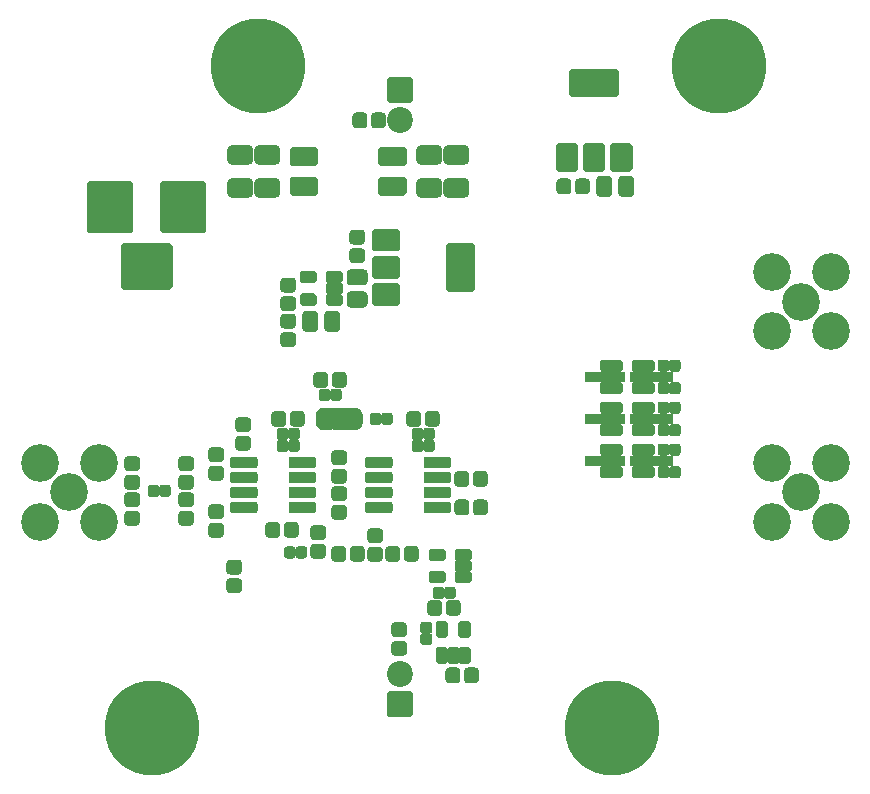
<source format=gts>
G04 #@! TF.GenerationSoftware,KiCad,Pcbnew,5.1.10-88a1d61d58~90~ubuntu20.04.1*
G04 #@! TF.CreationDate,2021-11-15T23:18:05+00:00*
G04 #@! TF.ProjectId,pulse_stretcher,70756c73-655f-4737-9472-657463686572,rev?*
G04 #@! TF.SameCoordinates,PX5ee3fe0PY6209a80*
G04 #@! TF.FileFunction,Soldermask,Top*
G04 #@! TF.FilePolarity,Negative*
%FSLAX46Y46*%
G04 Gerber Fmt 4.6, Leading zero omitted, Abs format (unit mm)*
G04 Created by KiCad (PCBNEW 5.1.10-88a1d61d58~90~ubuntu20.04.1) date 2021-11-15 23:18:05*
%MOMM*%
%LPD*%
G01*
G04 APERTURE LIST*
%ADD10C,0.100000*%
%ADD11C,3.200000*%
%ADD12C,2.200000*%
%ADD13C,8.000000*%
G04 APERTURE END LIST*
D10*
G36*
X43502000Y25330000D02*
G01*
X40200000Y25330000D01*
X40200000Y26092000D01*
X43502000Y26092000D01*
X43502000Y25330000D01*
G37*
X43502000Y25330000D02*
X40200000Y25330000D01*
X40200000Y26092000D01*
X43502000Y26092000D01*
X43502000Y25330000D01*
G36*
X43502000Y21774000D02*
G01*
X40200000Y21774000D01*
X40200000Y22536000D01*
X43502000Y22536000D01*
X43502000Y21774000D01*
G37*
X43502000Y21774000D02*
X40200000Y21774000D01*
X40200000Y22536000D01*
X43502000Y22536000D01*
X43502000Y21774000D01*
G36*
X43502000Y18218000D02*
G01*
X40200000Y18218000D01*
X40200000Y18980000D01*
X43502000Y18980000D01*
X43502000Y18218000D01*
G37*
X43502000Y18218000D02*
X40200000Y18218000D01*
X40200000Y18980000D01*
X43502000Y18980000D01*
X43502000Y18218000D01*
G36*
X47566000Y18218000D02*
G01*
X44010000Y18218000D01*
X44010000Y18980000D01*
X47566000Y18980000D01*
X47566000Y18218000D01*
G37*
X47566000Y18218000D02*
X44010000Y18218000D01*
X44010000Y18980000D01*
X47566000Y18980000D01*
X47566000Y18218000D01*
G36*
X47566000Y25330000D02*
G01*
X44010000Y25330000D01*
X44010000Y26092000D01*
X47566000Y26092000D01*
X47566000Y25330000D01*
G37*
X47566000Y25330000D02*
X44010000Y25330000D01*
X44010000Y26092000D01*
X47566000Y26092000D01*
X47566000Y25330000D01*
G36*
X47566000Y21774000D02*
G01*
X44010000Y21774000D01*
X44010000Y22536000D01*
X47566000Y22536000D01*
X47566000Y21774000D01*
G37*
X47566000Y21774000D02*
X44010000Y21774000D01*
X44010000Y22536000D01*
X47566000Y22536000D01*
X47566000Y21774000D01*
G04 #@! TO.C,U7*
G36*
G01*
X28399000Y3602000D02*
X27749000Y3602000D01*
G75*
G02*
X27549000Y3802000I0J200000D01*
G01*
X27549000Y4862000D01*
G75*
G02*
X27749000Y5062000I200000J0D01*
G01*
X28399000Y5062000D01*
G75*
G02*
X28599000Y4862000I0J-200000D01*
G01*
X28599000Y3802000D01*
G75*
G02*
X28399000Y3602000I-200000J0D01*
G01*
G37*
G36*
G01*
X30299000Y3602000D02*
X29649000Y3602000D01*
G75*
G02*
X29449000Y3802000I0J200000D01*
G01*
X29449000Y4862000D01*
G75*
G02*
X29649000Y5062000I200000J0D01*
G01*
X30299000Y5062000D01*
G75*
G02*
X30499000Y4862000I0J-200000D01*
G01*
X30499000Y3802000D01*
G75*
G02*
X30299000Y3602000I-200000J0D01*
G01*
G37*
G36*
G01*
X30299000Y1402000D02*
X29649000Y1402000D01*
G75*
G02*
X29449000Y1602000I0J200000D01*
G01*
X29449000Y2662000D01*
G75*
G02*
X29649000Y2862000I200000J0D01*
G01*
X30299000Y2862000D01*
G75*
G02*
X30499000Y2662000I0J-200000D01*
G01*
X30499000Y1602000D01*
G75*
G02*
X30299000Y1402000I-200000J0D01*
G01*
G37*
G36*
G01*
X29349000Y1402000D02*
X28699000Y1402000D01*
G75*
G02*
X28499000Y1602000I0J200000D01*
G01*
X28499000Y2662000D01*
G75*
G02*
X28699000Y2862000I200000J0D01*
G01*
X29349000Y2862000D01*
G75*
G02*
X29549000Y2662000I0J-200000D01*
G01*
X29549000Y1602000D01*
G75*
G02*
X29349000Y1402000I-200000J0D01*
G01*
G37*
G36*
G01*
X28399000Y1402000D02*
X27749000Y1402000D01*
G75*
G02*
X27549000Y1602000I0J200000D01*
G01*
X27549000Y2662000D01*
G75*
G02*
X27749000Y2862000I200000J0D01*
G01*
X28399000Y2862000D01*
G75*
G02*
X28599000Y2662000I0J-200000D01*
G01*
X28599000Y1602000D01*
G75*
G02*
X28399000Y1402000I-200000J0D01*
G01*
G37*
G04 #@! TD*
G04 #@! TO.C,U6*
G36*
G01*
X28400000Y9084000D02*
X28400000Y8434000D01*
G75*
G02*
X28200000Y8234000I-200000J0D01*
G01*
X27140000Y8234000D01*
G75*
G02*
X26940000Y8434000I0J200000D01*
G01*
X26940000Y9084000D01*
G75*
G02*
X27140000Y9284000I200000J0D01*
G01*
X28200000Y9284000D01*
G75*
G02*
X28400000Y9084000I0J-200000D01*
G01*
G37*
G36*
G01*
X28400000Y10984000D02*
X28400000Y10334000D01*
G75*
G02*
X28200000Y10134000I-200000J0D01*
G01*
X27140000Y10134000D01*
G75*
G02*
X26940000Y10334000I0J200000D01*
G01*
X26940000Y10984000D01*
G75*
G02*
X27140000Y11184000I200000J0D01*
G01*
X28200000Y11184000D01*
G75*
G02*
X28400000Y10984000I0J-200000D01*
G01*
G37*
G36*
G01*
X30600000Y10984000D02*
X30600000Y10334000D01*
G75*
G02*
X30400000Y10134000I-200000J0D01*
G01*
X29340000Y10134000D01*
G75*
G02*
X29140000Y10334000I0J200000D01*
G01*
X29140000Y10984000D01*
G75*
G02*
X29340000Y11184000I200000J0D01*
G01*
X30400000Y11184000D01*
G75*
G02*
X30600000Y10984000I0J-200000D01*
G01*
G37*
G36*
G01*
X30600000Y10034000D02*
X30600000Y9384000D01*
G75*
G02*
X30400000Y9184000I-200000J0D01*
G01*
X29340000Y9184000D01*
G75*
G02*
X29140000Y9384000I0J200000D01*
G01*
X29140000Y10034000D01*
G75*
G02*
X29340000Y10234000I200000J0D01*
G01*
X30400000Y10234000D01*
G75*
G02*
X30600000Y10034000I0J-200000D01*
G01*
G37*
G36*
G01*
X30600000Y9084000D02*
X30600000Y8434000D01*
G75*
G02*
X30400000Y8234000I-200000J0D01*
G01*
X29340000Y8234000D01*
G75*
G02*
X29140000Y8434000I0J200000D01*
G01*
X29140000Y9084000D01*
G75*
G02*
X29340000Y9284000I200000J0D01*
G01*
X30400000Y9284000D01*
G75*
G02*
X30600000Y9084000I0J-200000D01*
G01*
G37*
G04 #@! TD*
G04 #@! TO.C,R26*
G36*
G01*
X29636000Y794250D02*
X29636000Y81750D01*
G75*
G02*
X29317250Y-237000I-318750J0D01*
G01*
X28679750Y-237000D01*
G75*
G02*
X28361000Y81750I0J318750D01*
G01*
X28361000Y794250D01*
G75*
G02*
X28679750Y1113000I318750J0D01*
G01*
X29317250Y1113000D01*
G75*
G02*
X29636000Y794250I0J-318750D01*
G01*
G37*
G36*
G01*
X31211000Y794250D02*
X31211000Y81750D01*
G75*
G02*
X30892250Y-237000I-318750J0D01*
G01*
X30254750Y-237000D01*
G75*
G02*
X29936000Y81750I0J318750D01*
G01*
X29936000Y794250D01*
G75*
G02*
X30254750Y1113000I318750J0D01*
G01*
X30892250Y1113000D01*
G75*
G02*
X31211000Y794250I0J-318750D01*
G01*
G37*
G04 #@! TD*
G04 #@! TO.C,R11*
G36*
G01*
X10125750Y8670000D02*
X10838250Y8670000D01*
G75*
G02*
X11157000Y8351250I0J-318750D01*
G01*
X11157000Y7713750D01*
G75*
G02*
X10838250Y7395000I-318750J0D01*
G01*
X10125750Y7395000D01*
G75*
G02*
X9807000Y7713750I0J318750D01*
G01*
X9807000Y8351250D01*
G75*
G02*
X10125750Y8670000I318750J0D01*
G01*
G37*
G36*
G01*
X10125750Y10245000D02*
X10838250Y10245000D01*
G75*
G02*
X11157000Y9926250I0J-318750D01*
G01*
X11157000Y9288750D01*
G75*
G02*
X10838250Y8970000I-318750J0D01*
G01*
X10125750Y8970000D01*
G75*
G02*
X9807000Y9288750I0J318750D01*
G01*
X9807000Y9926250D01*
G75*
G02*
X10125750Y10245000I318750J0D01*
G01*
G37*
G04 #@! TD*
D11*
G04 #@! TO.C,J4*
X55988000Y13432000D03*
X55988000Y18432000D03*
X60988000Y18432000D03*
X60988000Y13432000D03*
X58488000Y15932000D03*
G04 #@! TD*
G04 #@! TO.C,C25*
G36*
G01*
X26465500Y4004000D02*
X27010500Y4004000D01*
G75*
G02*
X27258000Y3756500I0J-247500D01*
G01*
X27258000Y3261500D01*
G75*
G02*
X27010500Y3014000I-247500J0D01*
G01*
X26465500Y3014000D01*
G75*
G02*
X26218000Y3261500I0J247500D01*
G01*
X26218000Y3756500D01*
G75*
G02*
X26465500Y4004000I247500J0D01*
G01*
G37*
G36*
G01*
X26465500Y4974000D02*
X27010500Y4974000D01*
G75*
G02*
X27258000Y4726500I0J-247500D01*
G01*
X27258000Y4231500D01*
G75*
G02*
X27010500Y3984000I-247500J0D01*
G01*
X26465500Y3984000D01*
G75*
G02*
X26218000Y4231500I0J247500D01*
G01*
X26218000Y4726500D01*
G75*
G02*
X26465500Y4974000I247500J0D01*
G01*
G37*
G04 #@! TD*
G04 #@! TO.C,J3*
X55988000Y29568000D03*
X55988000Y34568000D03*
X60988000Y34568000D03*
X60988000Y29568000D03*
X58488000Y32068000D03*
G04 #@! TD*
G04 #@! TO.C,J2*
X-988000Y18432000D03*
X-988000Y13432000D03*
X-5988000Y13432000D03*
X-5988000Y18432000D03*
X-3488000Y15932000D03*
G04 #@! TD*
G04 #@! TO.C,C1*
G36*
G01*
X11735000Y40885000D02*
X10245000Y40885000D01*
G75*
G02*
X9915000Y41215000I0J330000D01*
G01*
X9915000Y42205000D01*
G75*
G02*
X10245000Y42535000I330000J0D01*
G01*
X11735000Y42535000D01*
G75*
G02*
X12065000Y42205000I0J-330000D01*
G01*
X12065000Y41215000D01*
G75*
G02*
X11735000Y40885000I-330000J0D01*
G01*
G37*
G36*
G01*
X11735000Y43685000D02*
X10245000Y43685000D01*
G75*
G02*
X9915000Y44015000I0J330000D01*
G01*
X9915000Y45005000D01*
G75*
G02*
X10245000Y45335000I330000J0D01*
G01*
X11735000Y45335000D01*
G75*
G02*
X12065000Y45005000I0J-330000D01*
G01*
X12065000Y44015000D01*
G75*
G02*
X11735000Y43685000I-330000J0D01*
G01*
G37*
G04 #@! TD*
G04 #@! TO.C,C2*
G36*
G01*
X14021000Y43685000D02*
X12531000Y43685000D01*
G75*
G02*
X12201000Y44015000I0J330000D01*
G01*
X12201000Y45005000D01*
G75*
G02*
X12531000Y45335000I330000J0D01*
G01*
X14021000Y45335000D01*
G75*
G02*
X14351000Y45005000I0J-330000D01*
G01*
X14351000Y44015000D01*
G75*
G02*
X14021000Y43685000I-330000J0D01*
G01*
G37*
G36*
G01*
X14021000Y40885000D02*
X12531000Y40885000D01*
G75*
G02*
X12201000Y41215000I0J330000D01*
G01*
X12201000Y42205000D01*
G75*
G02*
X12531000Y42535000I330000J0D01*
G01*
X14021000Y42535000D01*
G75*
G02*
X14351000Y42205000I0J-330000D01*
G01*
X14351000Y41215000D01*
G75*
G02*
X14021000Y40885000I-330000J0D01*
G01*
G37*
G04 #@! TD*
G04 #@! TO.C,C3*
G36*
G01*
X27737000Y40885000D02*
X26247000Y40885000D01*
G75*
G02*
X25917000Y41215000I0J330000D01*
G01*
X25917000Y42205000D01*
G75*
G02*
X26247000Y42535000I330000J0D01*
G01*
X27737000Y42535000D01*
G75*
G02*
X28067000Y42205000I0J-330000D01*
G01*
X28067000Y41215000D01*
G75*
G02*
X27737000Y40885000I-330000J0D01*
G01*
G37*
G36*
G01*
X27737000Y43685000D02*
X26247000Y43685000D01*
G75*
G02*
X25917000Y44015000I0J330000D01*
G01*
X25917000Y45005000D01*
G75*
G02*
X26247000Y45335000I330000J0D01*
G01*
X27737000Y45335000D01*
G75*
G02*
X28067000Y45005000I0J-330000D01*
G01*
X28067000Y44015000D01*
G75*
G02*
X27737000Y43685000I-330000J0D01*
G01*
G37*
G04 #@! TD*
G04 #@! TO.C,C4*
G36*
G01*
X30023000Y43685000D02*
X28533000Y43685000D01*
G75*
G02*
X28203000Y44015000I0J330000D01*
G01*
X28203000Y45005000D01*
G75*
G02*
X28533000Y45335000I330000J0D01*
G01*
X30023000Y45335000D01*
G75*
G02*
X30353000Y45005000I0J-330000D01*
G01*
X30353000Y44015000D01*
G75*
G02*
X30023000Y43685000I-330000J0D01*
G01*
G37*
G36*
G01*
X30023000Y40885000D02*
X28533000Y40885000D01*
G75*
G02*
X28203000Y41215000I0J330000D01*
G01*
X28203000Y42205000D01*
G75*
G02*
X28533000Y42535000I330000J0D01*
G01*
X30023000Y42535000D01*
G75*
G02*
X30353000Y42205000I0J-330000D01*
G01*
X30353000Y41215000D01*
G75*
G02*
X30023000Y40885000I-330000J0D01*
G01*
G37*
G04 #@! TD*
G04 #@! TO.C,C5*
G36*
G01*
X5112000Y16331500D02*
X5112000Y15786500D01*
G75*
G02*
X4864500Y15539000I-247500J0D01*
G01*
X4369500Y15539000D01*
G75*
G02*
X4122000Y15786500I0J247500D01*
G01*
X4122000Y16331500D01*
G75*
G02*
X4369500Y16579000I247500J0D01*
G01*
X4864500Y16579000D01*
G75*
G02*
X5112000Y16331500I0J-247500D01*
G01*
G37*
G36*
G01*
X4142000Y16331500D02*
X4142000Y15786500D01*
G75*
G02*
X3894500Y15539000I-247500J0D01*
G01*
X3399500Y15539000D01*
G75*
G02*
X3152000Y15786500I0J247500D01*
G01*
X3152000Y16331500D01*
G75*
G02*
X3399500Y16579000I247500J0D01*
G01*
X3894500Y16579000D01*
G75*
G02*
X4142000Y16331500I0J-247500D01*
G01*
G37*
G04 #@! TD*
G04 #@! TO.C,C6*
G36*
G01*
X20539750Y38185000D02*
X21252250Y38185000D01*
G75*
G02*
X21571000Y37866250I0J-318750D01*
G01*
X21571000Y37228750D01*
G75*
G02*
X21252250Y36910000I-318750J0D01*
G01*
X20539750Y36910000D01*
G75*
G02*
X20221000Y37228750I0J318750D01*
G01*
X20221000Y37866250D01*
G75*
G02*
X20539750Y38185000I318750J0D01*
G01*
G37*
G36*
G01*
X20539750Y36610000D02*
X21252250Y36610000D01*
G75*
G02*
X21571000Y36291250I0J-318750D01*
G01*
X21571000Y35653750D01*
G75*
G02*
X21252250Y35335000I-318750J0D01*
G01*
X20539750Y35335000D01*
G75*
G02*
X20221000Y35653750I0J318750D01*
G01*
X20221000Y36291250D01*
G75*
G02*
X20539750Y36610000I318750J0D01*
G01*
G37*
G04 #@! TD*
G04 #@! TO.C,C7*
G36*
G01*
X39334000Y41483750D02*
X39334000Y42196250D01*
G75*
G02*
X39652750Y42515000I318750J0D01*
G01*
X40290250Y42515000D01*
G75*
G02*
X40609000Y42196250I0J-318750D01*
G01*
X40609000Y41483750D01*
G75*
G02*
X40290250Y41165000I-318750J0D01*
G01*
X39652750Y41165000D01*
G75*
G02*
X39334000Y41483750I0J318750D01*
G01*
G37*
G36*
G01*
X37759000Y41483750D02*
X37759000Y42196250D01*
G75*
G02*
X38077750Y42515000I318750J0D01*
G01*
X38715250Y42515000D01*
G75*
G02*
X39034000Y42196250I0J-318750D01*
G01*
X39034000Y41483750D01*
G75*
G02*
X38715250Y41165000I-318750J0D01*
G01*
X38077750Y41165000D01*
G75*
G02*
X37759000Y41483750I0J318750D01*
G01*
G37*
G04 #@! TD*
G04 #@! TO.C,C8*
G36*
G01*
X16223000Y29853750D02*
X16223000Y30966250D01*
G75*
G02*
X16566750Y31310000I343750J0D01*
G01*
X17254250Y31310000D01*
G75*
G02*
X17598000Y30966250I0J-343750D01*
G01*
X17598000Y29853750D01*
G75*
G02*
X17254250Y29510000I-343750J0D01*
G01*
X16566750Y29510000D01*
G75*
G02*
X16223000Y29853750I0J343750D01*
G01*
G37*
G36*
G01*
X18098000Y29853750D02*
X18098000Y30966250D01*
G75*
G02*
X18441750Y31310000I343750J0D01*
G01*
X19129250Y31310000D01*
G75*
G02*
X19473000Y30966250I0J-343750D01*
G01*
X19473000Y29853750D01*
G75*
G02*
X19129250Y29510000I-343750J0D01*
G01*
X18441750Y29510000D01*
G75*
G02*
X18098000Y29853750I0J343750D01*
G01*
G37*
G04 #@! TD*
G04 #@! TO.C,C9*
G36*
G01*
X21452250Y31579000D02*
X20339750Y31579000D01*
G75*
G02*
X19996000Y31922750I0J343750D01*
G01*
X19996000Y32610250D01*
G75*
G02*
X20339750Y32954000I343750J0D01*
G01*
X21452250Y32954000D01*
G75*
G02*
X21796000Y32610250I0J-343750D01*
G01*
X21796000Y31922750D01*
G75*
G02*
X21452250Y31579000I-343750J0D01*
G01*
G37*
G36*
G01*
X21452250Y33454000D02*
X20339750Y33454000D01*
G75*
G02*
X19996000Y33797750I0J343750D01*
G01*
X19996000Y34485250D01*
G75*
G02*
X20339750Y34829000I343750J0D01*
G01*
X21452250Y34829000D01*
G75*
G02*
X21796000Y34485250I0J-343750D01*
G01*
X21796000Y33797750D01*
G75*
G02*
X21452250Y33454000I-343750J0D01*
G01*
G37*
G04 #@! TD*
G04 #@! TO.C,C10*
G36*
G01*
X42490000Y42396250D02*
X42490000Y41283750D01*
G75*
G02*
X42146250Y40940000I-343750J0D01*
G01*
X41458750Y40940000D01*
G75*
G02*
X41115000Y41283750I0J343750D01*
G01*
X41115000Y42396250D01*
G75*
G02*
X41458750Y42740000I343750J0D01*
G01*
X42146250Y42740000D01*
G75*
G02*
X42490000Y42396250I0J-343750D01*
G01*
G37*
G36*
G01*
X44365000Y42396250D02*
X44365000Y41283750D01*
G75*
G02*
X44021250Y40940000I-343750J0D01*
G01*
X43333750Y40940000D01*
G75*
G02*
X42990000Y41283750I0J343750D01*
G01*
X42990000Y42396250D01*
G75*
G02*
X43333750Y42740000I343750J0D01*
G01*
X44021250Y42740000D01*
G75*
G02*
X44365000Y42396250I0J-343750D01*
G01*
G37*
G04 #@! TD*
G04 #@! TO.C,C11*
G36*
G01*
X16034000Y20141500D02*
X16034000Y19596500D01*
G75*
G02*
X15786500Y19349000I-247500J0D01*
G01*
X15291500Y19349000D01*
G75*
G02*
X15044000Y19596500I0J247500D01*
G01*
X15044000Y20141500D01*
G75*
G02*
X15291500Y20389000I247500J0D01*
G01*
X15786500Y20389000D01*
G75*
G02*
X16034000Y20141500I0J-247500D01*
G01*
G37*
G36*
G01*
X15064000Y20141500D02*
X15064000Y19596500D01*
G75*
G02*
X14816500Y19349000I-247500J0D01*
G01*
X14321500Y19349000D01*
G75*
G02*
X14074000Y19596500I0J247500D01*
G01*
X14074000Y20141500D01*
G75*
G02*
X14321500Y20389000I247500J0D01*
G01*
X14816500Y20389000D01*
G75*
G02*
X15064000Y20141500I0J-247500D01*
G01*
G37*
G04 #@! TD*
G04 #@! TO.C,C12*
G36*
G01*
X15064000Y21157500D02*
X15064000Y20612500D01*
G75*
G02*
X14816500Y20365000I-247500J0D01*
G01*
X14321500Y20365000D01*
G75*
G02*
X14074000Y20612500I0J247500D01*
G01*
X14074000Y21157500D01*
G75*
G02*
X14321500Y21405000I247500J0D01*
G01*
X14816500Y21405000D01*
G75*
G02*
X15064000Y21157500I0J-247500D01*
G01*
G37*
G36*
G01*
X16034000Y21157500D02*
X16034000Y20612500D01*
G75*
G02*
X15786500Y20365000I-247500J0D01*
G01*
X15291500Y20365000D01*
G75*
G02*
X15044000Y20612500I0J247500D01*
G01*
X15044000Y21157500D01*
G75*
G02*
X15291500Y21405000I247500J0D01*
G01*
X15786500Y21405000D01*
G75*
G02*
X16034000Y21157500I0J-247500D01*
G01*
G37*
G04 #@! TD*
G04 #@! TO.C,C13*
G36*
G01*
X14904000Y22511250D02*
X14904000Y21798750D01*
G75*
G02*
X14585250Y21480000I-318750J0D01*
G01*
X13947750Y21480000D01*
G75*
G02*
X13629000Y21798750I0J318750D01*
G01*
X13629000Y22511250D01*
G75*
G02*
X13947750Y22830000I318750J0D01*
G01*
X14585250Y22830000D01*
G75*
G02*
X14904000Y22511250I0J-318750D01*
G01*
G37*
G36*
G01*
X16479000Y22511250D02*
X16479000Y21798750D01*
G75*
G02*
X16160250Y21480000I-318750J0D01*
G01*
X15522750Y21480000D01*
G75*
G02*
X15204000Y21798750I0J318750D01*
G01*
X15204000Y22511250D01*
G75*
G02*
X15522750Y22830000I318750J0D01*
G01*
X16160250Y22830000D01*
G75*
G02*
X16479000Y22511250I0J-318750D01*
G01*
G37*
G04 #@! TD*
G04 #@! TO.C,C14*
G36*
G01*
X15699000Y11124500D02*
X15699000Y10579500D01*
G75*
G02*
X15451500Y10332000I-247500J0D01*
G01*
X14956500Y10332000D01*
G75*
G02*
X14709000Y10579500I0J247500D01*
G01*
X14709000Y11124500D01*
G75*
G02*
X14956500Y11372000I247500J0D01*
G01*
X15451500Y11372000D01*
G75*
G02*
X15699000Y11124500I0J-247500D01*
G01*
G37*
G36*
G01*
X16669000Y11124500D02*
X16669000Y10579500D01*
G75*
G02*
X16421500Y10332000I-247500J0D01*
G01*
X15926500Y10332000D01*
G75*
G02*
X15679000Y10579500I0J247500D01*
G01*
X15679000Y11124500D01*
G75*
G02*
X15926500Y11372000I247500J0D01*
G01*
X16421500Y11372000D01*
G75*
G02*
X16669000Y11124500I0J-247500D01*
G01*
G37*
G04 #@! TD*
G04 #@! TO.C,C15*
G36*
G01*
X17630000Y23914500D02*
X17630000Y24459500D01*
G75*
G02*
X17877500Y24707000I247500J0D01*
G01*
X18372500Y24707000D01*
G75*
G02*
X18620000Y24459500I0J-247500D01*
G01*
X18620000Y23914500D01*
G75*
G02*
X18372500Y23667000I-247500J0D01*
G01*
X17877500Y23667000D01*
G75*
G02*
X17630000Y23914500I0J247500D01*
G01*
G37*
G36*
G01*
X18600000Y23914500D02*
X18600000Y24459500D01*
G75*
G02*
X18847500Y24707000I247500J0D01*
G01*
X19342500Y24707000D01*
G75*
G02*
X19590000Y24459500I0J-247500D01*
G01*
X19590000Y23914500D01*
G75*
G02*
X19342500Y23667000I-247500J0D01*
G01*
X18847500Y23667000D01*
G75*
G02*
X18600000Y23914500I0J247500D01*
G01*
G37*
G04 #@! TD*
G04 #@! TO.C,C16*
G36*
G01*
X17185000Y25100750D02*
X17185000Y25813250D01*
G75*
G02*
X17503750Y26132000I318750J0D01*
G01*
X18141250Y26132000D01*
G75*
G02*
X18460000Y25813250I0J-318750D01*
G01*
X18460000Y25100750D01*
G75*
G02*
X18141250Y24782000I-318750J0D01*
G01*
X17503750Y24782000D01*
G75*
G02*
X17185000Y25100750I0J318750D01*
G01*
G37*
G36*
G01*
X18760000Y25100750D02*
X18760000Y25813250D01*
G75*
G02*
X19078750Y26132000I318750J0D01*
G01*
X19716250Y26132000D01*
G75*
G02*
X20035000Y25813250I0J-318750D01*
G01*
X20035000Y25100750D01*
G75*
G02*
X19716250Y24782000I-318750J0D01*
G01*
X19078750Y24782000D01*
G75*
G02*
X18760000Y25100750I0J318750D01*
G01*
G37*
G04 #@! TD*
G04 #@! TO.C,C18*
G36*
G01*
X26494000Y20141500D02*
X26494000Y19596500D01*
G75*
G02*
X26246500Y19349000I-247500J0D01*
G01*
X25751500Y19349000D01*
G75*
G02*
X25504000Y19596500I0J247500D01*
G01*
X25504000Y20141500D01*
G75*
G02*
X25751500Y20389000I247500J0D01*
G01*
X26246500Y20389000D01*
G75*
G02*
X26494000Y20141500I0J-247500D01*
G01*
G37*
G36*
G01*
X27464000Y20141500D02*
X27464000Y19596500D01*
G75*
G02*
X27216500Y19349000I-247500J0D01*
G01*
X26721500Y19349000D01*
G75*
G02*
X26474000Y19596500I0J247500D01*
G01*
X26474000Y20141500D01*
G75*
G02*
X26721500Y20389000I247500J0D01*
G01*
X27216500Y20389000D01*
G75*
G02*
X27464000Y20141500I0J-247500D01*
G01*
G37*
G04 #@! TD*
G04 #@! TO.C,C19*
G36*
G01*
X27464000Y21157500D02*
X27464000Y20612500D01*
G75*
G02*
X27216500Y20365000I-247500J0D01*
G01*
X26721500Y20365000D01*
G75*
G02*
X26474000Y20612500I0J247500D01*
G01*
X26474000Y21157500D01*
G75*
G02*
X26721500Y21405000I247500J0D01*
G01*
X27216500Y21405000D01*
G75*
G02*
X27464000Y21157500I0J-247500D01*
G01*
G37*
G36*
G01*
X26494000Y21157500D02*
X26494000Y20612500D01*
G75*
G02*
X26246500Y20365000I-247500J0D01*
G01*
X25751500Y20365000D01*
G75*
G02*
X25504000Y20612500I0J247500D01*
G01*
X25504000Y21157500D01*
G75*
G02*
X25751500Y21405000I247500J0D01*
G01*
X26246500Y21405000D01*
G75*
G02*
X26494000Y21157500I0J-247500D01*
G01*
G37*
G04 #@! TD*
G04 #@! TO.C,C20*
G36*
G01*
X26334000Y22511250D02*
X26334000Y21798750D01*
G75*
G02*
X26015250Y21480000I-318750J0D01*
G01*
X25377750Y21480000D01*
G75*
G02*
X25059000Y21798750I0J318750D01*
G01*
X25059000Y22511250D01*
G75*
G02*
X25377750Y22830000I318750J0D01*
G01*
X26015250Y22830000D01*
G75*
G02*
X26334000Y22511250I0J-318750D01*
G01*
G37*
G36*
G01*
X27909000Y22511250D02*
X27909000Y21798750D01*
G75*
G02*
X27590250Y21480000I-318750J0D01*
G01*
X26952750Y21480000D01*
G75*
G02*
X26634000Y21798750I0J318750D01*
G01*
X26634000Y22511250D01*
G75*
G02*
X26952750Y22830000I318750J0D01*
G01*
X27590250Y22830000D01*
G75*
G02*
X27909000Y22511250I0J-318750D01*
G01*
G37*
G04 #@! TD*
G04 #@! TO.C,C21*
G36*
G01*
X22938000Y22427500D02*
X22938000Y21882500D01*
G75*
G02*
X22690500Y21635000I-247500J0D01*
G01*
X22195500Y21635000D01*
G75*
G02*
X21948000Y21882500I0J247500D01*
G01*
X21948000Y22427500D01*
G75*
G02*
X22195500Y22675000I247500J0D01*
G01*
X22690500Y22675000D01*
G75*
G02*
X22938000Y22427500I0J-247500D01*
G01*
G37*
G36*
G01*
X23908000Y22427500D02*
X23908000Y21882500D01*
G75*
G02*
X23660500Y21635000I-247500J0D01*
G01*
X23165500Y21635000D01*
G75*
G02*
X22918000Y21882500I0J247500D01*
G01*
X22918000Y22427500D01*
G75*
G02*
X23165500Y22675000I247500J0D01*
G01*
X23660500Y22675000D01*
G75*
G02*
X23908000Y22427500I0J-247500D01*
G01*
G37*
G04 #@! TD*
G04 #@! TO.C,C23*
G36*
G01*
X27282000Y7150500D02*
X27282000Y7695500D01*
G75*
G02*
X27529500Y7943000I247500J0D01*
G01*
X28024500Y7943000D01*
G75*
G02*
X28272000Y7695500I0J-247500D01*
G01*
X28272000Y7150500D01*
G75*
G02*
X28024500Y6903000I-247500J0D01*
G01*
X27529500Y6903000D01*
G75*
G02*
X27282000Y7150500I0J247500D01*
G01*
G37*
G36*
G01*
X28252000Y7150500D02*
X28252000Y7695500D01*
G75*
G02*
X28499500Y7943000I247500J0D01*
G01*
X28994500Y7943000D01*
G75*
G02*
X29242000Y7695500I0J-247500D01*
G01*
X29242000Y7150500D01*
G75*
G02*
X28994500Y6903000I-247500J0D01*
G01*
X28499500Y6903000D01*
G75*
G02*
X28252000Y7150500I0J247500D01*
G01*
G37*
G04 #@! TD*
G04 #@! TO.C,C24*
G36*
G01*
X26837000Y5796750D02*
X26837000Y6509250D01*
G75*
G02*
X27155750Y6828000I318750J0D01*
G01*
X27793250Y6828000D01*
G75*
G02*
X28112000Y6509250I0J-318750D01*
G01*
X28112000Y5796750D01*
G75*
G02*
X27793250Y5478000I-318750J0D01*
G01*
X27155750Y5478000D01*
G75*
G02*
X26837000Y5796750I0J318750D01*
G01*
G37*
G36*
G01*
X28412000Y5796750D02*
X28412000Y6509250D01*
G75*
G02*
X28730750Y6828000I318750J0D01*
G01*
X29368250Y6828000D01*
G75*
G02*
X29687000Y6509250I0J-318750D01*
G01*
X29687000Y5796750D01*
G75*
G02*
X29368250Y5478000I-318750J0D01*
G01*
X28730750Y5478000D01*
G75*
G02*
X28412000Y5796750I0J318750D01*
G01*
G37*
G04 #@! TD*
G04 #@! TO.C,D1*
G36*
G01*
X23600000Y51100000D02*
X25400000Y51100000D01*
G75*
G02*
X25600000Y50900000I0J-200000D01*
G01*
X25600000Y49100000D01*
G75*
G02*
X25400000Y48900000I-200000J0D01*
G01*
X23600000Y48900000D01*
G75*
G02*
X23400000Y49100000I0J200000D01*
G01*
X23400000Y50900000D01*
G75*
G02*
X23600000Y51100000I200000J0D01*
G01*
G37*
D12*
X24500000Y47460000D03*
G04 #@! TD*
D13*
G04 #@! TO.C,H1*
X12500000Y52000000D03*
G04 #@! TD*
G04 #@! TO.C,H2*
X51500000Y52000000D03*
G04 #@! TD*
G04 #@! TO.C,H3*
X3500000Y-4000000D03*
G04 #@! TD*
G04 #@! TO.C,H4*
X42500000Y-4000000D03*
G04 #@! TD*
G04 #@! TO.C,J1*
G36*
G01*
X4214000Y38062000D02*
X4214000Y42062000D01*
G75*
G02*
X4414000Y42262000I200000J0D01*
G01*
X7914000Y42262000D01*
G75*
G02*
X8114000Y42062000I0J-200000D01*
G01*
X8114000Y38062000D01*
G75*
G02*
X7914000Y37862000I-200000J0D01*
G01*
X4414000Y37862000D01*
G75*
G02*
X4214000Y38062000I0J200000D01*
G01*
G37*
G36*
G01*
X-1986000Y38062000D02*
X-1986000Y42062000D01*
G75*
G02*
X-1786000Y42262000I200000J0D01*
G01*
X1714000Y42262000D01*
G75*
G02*
X1914000Y42062000I0J-200000D01*
G01*
X1914000Y38062000D01*
G75*
G02*
X1714000Y37862000I-200000J0D01*
G01*
X-1786000Y37862000D01*
G75*
G02*
X-1986000Y38062000I0J200000D01*
G01*
G37*
G36*
G01*
X864000Y33312000D02*
X864000Y36812000D01*
G75*
G02*
X1064000Y37012000I200000J0D01*
G01*
X5064000Y37012000D01*
G75*
G02*
X5264000Y36812000I0J-200000D01*
G01*
X5264000Y33312000D01*
G75*
G02*
X5064000Y33112000I-200000J0D01*
G01*
X1064000Y33112000D01*
G75*
G02*
X864000Y33312000I0J200000D01*
G01*
G37*
G04 #@! TD*
D10*
G04 #@! TO.C,JP1*
G36*
X20082982Y21208843D02*
G01*
X20045463Y21220224D01*
X20010886Y21238706D01*
X19980579Y21263579D01*
X19955706Y21293886D01*
X19937224Y21328463D01*
X19925843Y21365982D01*
X19922000Y21405000D01*
X19922000Y22905000D01*
X19925843Y22944018D01*
X19937224Y22981537D01*
X19955706Y23016114D01*
X19980579Y23046421D01*
X20010886Y23071294D01*
X20045463Y23089776D01*
X20082982Y23101157D01*
X20122000Y23105000D01*
X20672000Y23105000D01*
X20678112Y23104398D01*
X20696534Y23104398D01*
X20716140Y23103435D01*
X20764971Y23098625D01*
X20784380Y23095746D01*
X20832505Y23086174D01*
X20851548Y23081404D01*
X20898503Y23067160D01*
X20916980Y23060549D01*
X20962313Y23041772D01*
X20980061Y23033377D01*
X21023334Y23010246D01*
X21040162Y23000160D01*
X21080961Y22972900D01*
X21096730Y22961205D01*
X21134659Y22930077D01*
X21149200Y22916897D01*
X21183897Y22882200D01*
X21197077Y22867659D01*
X21228205Y22829730D01*
X21239900Y22813961D01*
X21267160Y22773162D01*
X21277246Y22756334D01*
X21300377Y22713061D01*
X21308772Y22695313D01*
X21327549Y22649980D01*
X21334160Y22631503D01*
X21348404Y22584548D01*
X21353174Y22565505D01*
X21362746Y22517380D01*
X21365625Y22497971D01*
X21370435Y22449140D01*
X21371398Y22429534D01*
X21371398Y22411112D01*
X21372000Y22405000D01*
X21372000Y21905000D01*
X21371398Y21898888D01*
X21371398Y21880466D01*
X21370435Y21860860D01*
X21365625Y21812029D01*
X21362746Y21792620D01*
X21353174Y21744495D01*
X21348404Y21725452D01*
X21334160Y21678497D01*
X21327549Y21660020D01*
X21308772Y21614687D01*
X21300377Y21596939D01*
X21277246Y21553666D01*
X21267160Y21536838D01*
X21239900Y21496039D01*
X21228205Y21480270D01*
X21197077Y21442341D01*
X21183897Y21427800D01*
X21149200Y21393103D01*
X21134659Y21379923D01*
X21096730Y21348795D01*
X21080961Y21337100D01*
X21040162Y21309840D01*
X21023334Y21299754D01*
X20980061Y21276623D01*
X20962313Y21268228D01*
X20916980Y21249451D01*
X20898503Y21242840D01*
X20851548Y21228596D01*
X20832505Y21223826D01*
X20784380Y21214254D01*
X20764971Y21211375D01*
X20716140Y21206565D01*
X20696534Y21205602D01*
X20678112Y21205602D01*
X20672000Y21205000D01*
X20122000Y21205000D01*
X20082982Y21208843D01*
G37*
G36*
X18065888Y21205602D02*
G01*
X18047466Y21205602D01*
X18027860Y21206565D01*
X17979029Y21211375D01*
X17959620Y21214254D01*
X17911495Y21223826D01*
X17892452Y21228596D01*
X17845497Y21242840D01*
X17827020Y21249451D01*
X17781687Y21268228D01*
X17763939Y21276623D01*
X17720666Y21299754D01*
X17703838Y21309840D01*
X17663039Y21337100D01*
X17647270Y21348795D01*
X17609341Y21379923D01*
X17594800Y21393103D01*
X17560103Y21427800D01*
X17546923Y21442341D01*
X17515795Y21480270D01*
X17504100Y21496039D01*
X17476840Y21536838D01*
X17466754Y21553666D01*
X17443623Y21596939D01*
X17435228Y21614687D01*
X17416451Y21660020D01*
X17409840Y21678497D01*
X17395596Y21725452D01*
X17390826Y21744495D01*
X17381254Y21792620D01*
X17378375Y21812029D01*
X17373565Y21860860D01*
X17372602Y21880466D01*
X17372602Y21898888D01*
X17372000Y21905000D01*
X17372000Y22405000D01*
X17372602Y22411112D01*
X17372602Y22429534D01*
X17373565Y22449140D01*
X17378375Y22497971D01*
X17381254Y22517380D01*
X17390826Y22565505D01*
X17395596Y22584548D01*
X17409840Y22631503D01*
X17416451Y22649980D01*
X17435228Y22695313D01*
X17443623Y22713061D01*
X17466754Y22756334D01*
X17476840Y22773162D01*
X17504100Y22813961D01*
X17515795Y22829730D01*
X17546923Y22867659D01*
X17560103Y22882200D01*
X17594800Y22916897D01*
X17609341Y22930077D01*
X17647270Y22961205D01*
X17663039Y22972900D01*
X17703838Y23000160D01*
X17720666Y23010246D01*
X17763939Y23033377D01*
X17781687Y23041772D01*
X17827020Y23060549D01*
X17845497Y23067160D01*
X17892452Y23081404D01*
X17911495Y23086174D01*
X17959620Y23095746D01*
X17979029Y23098625D01*
X18027860Y23103435D01*
X18047466Y23104398D01*
X18065888Y23104398D01*
X18072000Y23105000D01*
X18622000Y23105000D01*
X18661018Y23101157D01*
X18698537Y23089776D01*
X18733114Y23071294D01*
X18763421Y23046421D01*
X18788294Y23016114D01*
X18806776Y22981537D01*
X18818157Y22944018D01*
X18822000Y22905000D01*
X18822000Y21405000D01*
X18818157Y21365982D01*
X18806776Y21328463D01*
X18788294Y21293886D01*
X18763421Y21263579D01*
X18733114Y21238706D01*
X18698537Y21220224D01*
X18661018Y21208843D01*
X18622000Y21205000D01*
X18072000Y21205000D01*
X18065888Y21205602D01*
G37*
G36*
G01*
X20072000Y22905000D02*
X20072000Y21405000D01*
G75*
G02*
X19872000Y21205000I-200000J0D01*
G01*
X18872000Y21205000D01*
G75*
G02*
X18672000Y21405000I0J200000D01*
G01*
X18672000Y22905000D01*
G75*
G02*
X18872000Y23105000I200000J0D01*
G01*
X19872000Y23105000D01*
G75*
G02*
X20072000Y22905000I0J-200000D01*
G01*
G37*
G04 #@! TD*
G04 #@! TO.C,L1*
G36*
G01*
X15184000Y43760000D02*
X15184000Y44960000D01*
G75*
G02*
X15384000Y45160000I200000J0D01*
G01*
X17384000Y45160000D01*
G75*
G02*
X17584000Y44960000I0J-200000D01*
G01*
X17584000Y43760000D01*
G75*
G02*
X17384000Y43560000I-200000J0D01*
G01*
X15384000Y43560000D01*
G75*
G02*
X15184000Y43760000I0J200000D01*
G01*
G37*
G36*
G01*
X15184000Y41260000D02*
X15184000Y42460000D01*
G75*
G02*
X15384000Y42660000I200000J0D01*
G01*
X17384000Y42660000D01*
G75*
G02*
X17584000Y42460000I0J-200000D01*
G01*
X17584000Y41260000D01*
G75*
G02*
X17384000Y41060000I-200000J0D01*
G01*
X15384000Y41060000D01*
G75*
G02*
X15184000Y41260000I0J200000D01*
G01*
G37*
G36*
G01*
X22684000Y41260000D02*
X22684000Y42460000D01*
G75*
G02*
X22884000Y42660000I200000J0D01*
G01*
X24884000Y42660000D01*
G75*
G02*
X25084000Y42460000I0J-200000D01*
G01*
X25084000Y41260000D01*
G75*
G02*
X24884000Y41060000I-200000J0D01*
G01*
X22884000Y41060000D01*
G75*
G02*
X22684000Y41260000I0J200000D01*
G01*
G37*
G36*
G01*
X22684000Y43760000D02*
X22684000Y44960000D01*
G75*
G02*
X22884000Y45160000I200000J0D01*
G01*
X24884000Y45160000D01*
G75*
G02*
X25084000Y44960000I0J-200000D01*
G01*
X25084000Y43760000D01*
G75*
G02*
X24884000Y43560000I-200000J0D01*
G01*
X22884000Y43560000D01*
G75*
G02*
X22684000Y43760000I0J200000D01*
G01*
G37*
G04 #@! TD*
G04 #@! TO.C,R1*
G36*
G01*
X22062000Y47071750D02*
X22062000Y47784250D01*
G75*
G02*
X22380750Y48103000I318750J0D01*
G01*
X23018250Y48103000D01*
G75*
G02*
X23337000Y47784250I0J-318750D01*
G01*
X23337000Y47071750D01*
G75*
G02*
X23018250Y46753000I-318750J0D01*
G01*
X22380750Y46753000D01*
G75*
G02*
X22062000Y47071750I0J318750D01*
G01*
G37*
G36*
G01*
X20487000Y47071750D02*
X20487000Y47784250D01*
G75*
G02*
X20805750Y48103000I318750J0D01*
G01*
X21443250Y48103000D01*
G75*
G02*
X21762000Y47784250I0J-318750D01*
G01*
X21762000Y47071750D01*
G75*
G02*
X21443250Y46753000I-318750J0D01*
G01*
X20805750Y46753000D01*
G75*
G02*
X20487000Y47071750I0J318750D01*
G01*
G37*
G04 #@! TD*
G04 #@! TO.C,R2*
G36*
G01*
X2202250Y16158000D02*
X1489750Y16158000D01*
G75*
G02*
X1171000Y16476750I0J318750D01*
G01*
X1171000Y17114250D01*
G75*
G02*
X1489750Y17433000I318750J0D01*
G01*
X2202250Y17433000D01*
G75*
G02*
X2521000Y17114250I0J-318750D01*
G01*
X2521000Y16476750D01*
G75*
G02*
X2202250Y16158000I-318750J0D01*
G01*
G37*
G36*
G01*
X2202250Y17733000D02*
X1489750Y17733000D01*
G75*
G02*
X1171000Y18051750I0J318750D01*
G01*
X1171000Y18689250D01*
G75*
G02*
X1489750Y19008000I318750J0D01*
G01*
X2202250Y19008000D01*
G75*
G02*
X2521000Y18689250I0J-318750D01*
G01*
X2521000Y18051750D01*
G75*
G02*
X2202250Y17733000I-318750J0D01*
G01*
G37*
G04 #@! TD*
G04 #@! TO.C,R3*
G36*
G01*
X1489750Y14385000D02*
X2202250Y14385000D01*
G75*
G02*
X2521000Y14066250I0J-318750D01*
G01*
X2521000Y13428750D01*
G75*
G02*
X2202250Y13110000I-318750J0D01*
G01*
X1489750Y13110000D01*
G75*
G02*
X1171000Y13428750I0J318750D01*
G01*
X1171000Y14066250D01*
G75*
G02*
X1489750Y14385000I318750J0D01*
G01*
G37*
G36*
G01*
X1489750Y15960000D02*
X2202250Y15960000D01*
G75*
G02*
X2521000Y15641250I0J-318750D01*
G01*
X2521000Y15003750D01*
G75*
G02*
X2202250Y14685000I-318750J0D01*
G01*
X1489750Y14685000D01*
G75*
G02*
X1171000Y15003750I0J318750D01*
G01*
X1171000Y15641250D01*
G75*
G02*
X1489750Y15960000I318750J0D01*
G01*
G37*
G04 #@! TD*
G04 #@! TO.C,R4*
G36*
G01*
X6061750Y19008000D02*
X6774250Y19008000D01*
G75*
G02*
X7093000Y18689250I0J-318750D01*
G01*
X7093000Y18051750D01*
G75*
G02*
X6774250Y17733000I-318750J0D01*
G01*
X6061750Y17733000D01*
G75*
G02*
X5743000Y18051750I0J318750D01*
G01*
X5743000Y18689250D01*
G75*
G02*
X6061750Y19008000I318750J0D01*
G01*
G37*
G36*
G01*
X6061750Y17433000D02*
X6774250Y17433000D01*
G75*
G02*
X7093000Y17114250I0J-318750D01*
G01*
X7093000Y16476750D01*
G75*
G02*
X6774250Y16158000I-318750J0D01*
G01*
X6061750Y16158000D01*
G75*
G02*
X5743000Y16476750I0J318750D01*
G01*
X5743000Y17114250D01*
G75*
G02*
X6061750Y17433000I318750J0D01*
G01*
G37*
G04 #@! TD*
G04 #@! TO.C,R5*
G36*
G01*
X6061750Y14385000D02*
X6774250Y14385000D01*
G75*
G02*
X7093000Y14066250I0J-318750D01*
G01*
X7093000Y13428750D01*
G75*
G02*
X6774250Y13110000I-318750J0D01*
G01*
X6061750Y13110000D01*
G75*
G02*
X5743000Y13428750I0J318750D01*
G01*
X5743000Y14066250D01*
G75*
G02*
X6061750Y14385000I318750J0D01*
G01*
G37*
G36*
G01*
X6061750Y15960000D02*
X6774250Y15960000D01*
G75*
G02*
X7093000Y15641250I0J-318750D01*
G01*
X7093000Y15003750D01*
G75*
G02*
X6774250Y14685000I-318750J0D01*
G01*
X6061750Y14685000D01*
G75*
G02*
X5743000Y15003750I0J318750D01*
G01*
X5743000Y15641250D01*
G75*
G02*
X6061750Y15960000I318750J0D01*
G01*
G37*
G04 #@! TD*
G04 #@! TO.C,R6*
G36*
G01*
X15410250Y31271000D02*
X14697750Y31271000D01*
G75*
G02*
X14379000Y31589750I0J318750D01*
G01*
X14379000Y32227250D01*
G75*
G02*
X14697750Y32546000I318750J0D01*
G01*
X15410250Y32546000D01*
G75*
G02*
X15729000Y32227250I0J-318750D01*
G01*
X15729000Y31589750D01*
G75*
G02*
X15410250Y31271000I-318750J0D01*
G01*
G37*
G36*
G01*
X15410250Y32846000D02*
X14697750Y32846000D01*
G75*
G02*
X14379000Y33164750I0J318750D01*
G01*
X14379000Y33802250D01*
G75*
G02*
X14697750Y34121000I318750J0D01*
G01*
X15410250Y34121000D01*
G75*
G02*
X15729000Y33802250I0J-318750D01*
G01*
X15729000Y33164750D01*
G75*
G02*
X15410250Y32846000I-318750J0D01*
G01*
G37*
G04 #@! TD*
G04 #@! TO.C,R7*
G36*
G01*
X14697750Y29498000D02*
X15410250Y29498000D01*
G75*
G02*
X15729000Y29179250I0J-318750D01*
G01*
X15729000Y28541750D01*
G75*
G02*
X15410250Y28223000I-318750J0D01*
G01*
X14697750Y28223000D01*
G75*
G02*
X14379000Y28541750I0J318750D01*
G01*
X14379000Y29179250D01*
G75*
G02*
X14697750Y29498000I318750J0D01*
G01*
G37*
G36*
G01*
X14697750Y31073000D02*
X15410250Y31073000D01*
G75*
G02*
X15729000Y30754250I0J-318750D01*
G01*
X15729000Y30116750D01*
G75*
G02*
X15410250Y29798000I-318750J0D01*
G01*
X14697750Y29798000D01*
G75*
G02*
X14379000Y30116750I0J318750D01*
G01*
X14379000Y30754250D01*
G75*
G02*
X14697750Y31073000I318750J0D01*
G01*
G37*
G04 #@! TD*
G04 #@! TO.C,R8*
G36*
G01*
X8601750Y19770000D02*
X9314250Y19770000D01*
G75*
G02*
X9633000Y19451250I0J-318750D01*
G01*
X9633000Y18813750D01*
G75*
G02*
X9314250Y18495000I-318750J0D01*
G01*
X8601750Y18495000D01*
G75*
G02*
X8283000Y18813750I0J318750D01*
G01*
X8283000Y19451250D01*
G75*
G02*
X8601750Y19770000I318750J0D01*
G01*
G37*
G36*
G01*
X8601750Y18195000D02*
X9314250Y18195000D01*
G75*
G02*
X9633000Y17876250I0J-318750D01*
G01*
X9633000Y17238750D01*
G75*
G02*
X9314250Y16920000I-318750J0D01*
G01*
X8601750Y16920000D01*
G75*
G02*
X8283000Y17238750I0J318750D01*
G01*
X8283000Y17876250D01*
G75*
G02*
X8601750Y18195000I318750J0D01*
G01*
G37*
G04 #@! TD*
G04 #@! TO.C,R9*
G36*
G01*
X8601750Y13369000D02*
X9314250Y13369000D01*
G75*
G02*
X9633000Y13050250I0J-318750D01*
G01*
X9633000Y12412750D01*
G75*
G02*
X9314250Y12094000I-318750J0D01*
G01*
X8601750Y12094000D01*
G75*
G02*
X8283000Y12412750I0J318750D01*
G01*
X8283000Y13050250D01*
G75*
G02*
X8601750Y13369000I318750J0D01*
G01*
G37*
G36*
G01*
X8601750Y14944000D02*
X9314250Y14944000D01*
G75*
G02*
X9633000Y14625250I0J-318750D01*
G01*
X9633000Y13987750D01*
G75*
G02*
X9314250Y13669000I-318750J0D01*
G01*
X8601750Y13669000D01*
G75*
G02*
X8283000Y13987750I0J318750D01*
G01*
X8283000Y14625250D01*
G75*
G02*
X8601750Y14944000I318750J0D01*
G01*
G37*
G04 #@! TD*
G04 #@! TO.C,R12*
G36*
G01*
X10887750Y22310000D02*
X11600250Y22310000D01*
G75*
G02*
X11919000Y21991250I0J-318750D01*
G01*
X11919000Y21353750D01*
G75*
G02*
X11600250Y21035000I-318750J0D01*
G01*
X10887750Y21035000D01*
G75*
G02*
X10569000Y21353750I0J318750D01*
G01*
X10569000Y21991250D01*
G75*
G02*
X10887750Y22310000I318750J0D01*
G01*
G37*
G36*
G01*
X10887750Y20735000D02*
X11600250Y20735000D01*
G75*
G02*
X11919000Y20416250I0J-318750D01*
G01*
X11919000Y19778750D01*
G75*
G02*
X11600250Y19460000I-318750J0D01*
G01*
X10887750Y19460000D01*
G75*
G02*
X10569000Y19778750I0J318750D01*
G01*
X10569000Y20416250D01*
G75*
G02*
X10887750Y20735000I318750J0D01*
G01*
G37*
G04 #@! TD*
G04 #@! TO.C,R13*
G36*
G01*
X14696000Y12400750D02*
X14696000Y13113250D01*
G75*
G02*
X15014750Y13432000I318750J0D01*
G01*
X15652250Y13432000D01*
G75*
G02*
X15971000Y13113250I0J-318750D01*
G01*
X15971000Y12400750D01*
G75*
G02*
X15652250Y12082000I-318750J0D01*
G01*
X15014750Y12082000D01*
G75*
G02*
X14696000Y12400750I0J318750D01*
G01*
G37*
G36*
G01*
X13121000Y12400750D02*
X13121000Y13113250D01*
G75*
G02*
X13439750Y13432000I318750J0D01*
G01*
X14077250Y13432000D01*
G75*
G02*
X14396000Y13113250I0J-318750D01*
G01*
X14396000Y12400750D01*
G75*
G02*
X14077250Y12082000I-318750J0D01*
G01*
X13439750Y12082000D01*
G75*
G02*
X13121000Y12400750I0J318750D01*
G01*
G37*
G04 #@! TD*
G04 #@! TO.C,R14*
G36*
G01*
X19728250Y13618000D02*
X19015750Y13618000D01*
G75*
G02*
X18697000Y13936750I0J318750D01*
G01*
X18697000Y14574250D01*
G75*
G02*
X19015750Y14893000I318750J0D01*
G01*
X19728250Y14893000D01*
G75*
G02*
X20047000Y14574250I0J-318750D01*
G01*
X20047000Y13936750D01*
G75*
G02*
X19728250Y13618000I-318750J0D01*
G01*
G37*
G36*
G01*
X19728250Y15193000D02*
X19015750Y15193000D01*
G75*
G02*
X18697000Y15511750I0J318750D01*
G01*
X18697000Y16149250D01*
G75*
G02*
X19015750Y16468000I318750J0D01*
G01*
X19728250Y16468000D01*
G75*
G02*
X20047000Y16149250I0J-318750D01*
G01*
X20047000Y15511750D01*
G75*
G02*
X19728250Y15193000I-318750J0D01*
G01*
G37*
G04 #@! TD*
G04 #@! TO.C,R15*
G36*
G01*
X19015750Y19516000D02*
X19728250Y19516000D01*
G75*
G02*
X20047000Y19197250I0J-318750D01*
G01*
X20047000Y18559750D01*
G75*
G02*
X19728250Y18241000I-318750J0D01*
G01*
X19015750Y18241000D01*
G75*
G02*
X18697000Y18559750I0J318750D01*
G01*
X18697000Y19197250D01*
G75*
G02*
X19015750Y19516000I318750J0D01*
G01*
G37*
G36*
G01*
X19015750Y17941000D02*
X19728250Y17941000D01*
G75*
G02*
X20047000Y17622250I0J-318750D01*
G01*
X20047000Y16984750D01*
G75*
G02*
X19728250Y16666000I-318750J0D01*
G01*
X19015750Y16666000D01*
G75*
G02*
X18697000Y16984750I0J318750D01*
G01*
X18697000Y17622250D01*
G75*
G02*
X19015750Y17941000I318750J0D01*
G01*
G37*
G04 #@! TD*
G04 #@! TO.C,R16*
G36*
G01*
X17950250Y10316000D02*
X17237750Y10316000D01*
G75*
G02*
X16919000Y10634750I0J318750D01*
G01*
X16919000Y11272250D01*
G75*
G02*
X17237750Y11591000I318750J0D01*
G01*
X17950250Y11591000D01*
G75*
G02*
X18269000Y11272250I0J-318750D01*
G01*
X18269000Y10634750D01*
G75*
G02*
X17950250Y10316000I-318750J0D01*
G01*
G37*
G36*
G01*
X17950250Y11891000D02*
X17237750Y11891000D01*
G75*
G02*
X16919000Y12209750I0J318750D01*
G01*
X16919000Y12847250D01*
G75*
G02*
X17237750Y13166000I318750J0D01*
G01*
X17950250Y13166000D01*
G75*
G02*
X18269000Y12847250I0J-318750D01*
G01*
X18269000Y12209750D01*
G75*
G02*
X17950250Y11891000I-318750J0D01*
G01*
G37*
G04 #@! TD*
G04 #@! TO.C,R17*
G36*
G01*
X19984000Y11081250D02*
X19984000Y10368750D01*
G75*
G02*
X19665250Y10050000I-318750J0D01*
G01*
X19027750Y10050000D01*
G75*
G02*
X18709000Y10368750I0J318750D01*
G01*
X18709000Y11081250D01*
G75*
G02*
X19027750Y11400000I318750J0D01*
G01*
X19665250Y11400000D01*
G75*
G02*
X19984000Y11081250I0J-318750D01*
G01*
G37*
G36*
G01*
X21559000Y11081250D02*
X21559000Y10368750D01*
G75*
G02*
X21240250Y10050000I-318750J0D01*
G01*
X20602750Y10050000D01*
G75*
G02*
X20284000Y10368750I0J318750D01*
G01*
X20284000Y11081250D01*
G75*
G02*
X20602750Y11400000I318750J0D01*
G01*
X21240250Y11400000D01*
G75*
G02*
X21559000Y11081250I0J-318750D01*
G01*
G37*
G04 #@! TD*
G04 #@! TO.C,R18*
G36*
G01*
X24556000Y11081250D02*
X24556000Y10368750D01*
G75*
G02*
X24237250Y10050000I-318750J0D01*
G01*
X23599750Y10050000D01*
G75*
G02*
X23281000Y10368750I0J318750D01*
G01*
X23281000Y11081250D01*
G75*
G02*
X23599750Y11400000I318750J0D01*
G01*
X24237250Y11400000D01*
G75*
G02*
X24556000Y11081250I0J-318750D01*
G01*
G37*
G36*
G01*
X26131000Y11081250D02*
X26131000Y10368750D01*
G75*
G02*
X25812250Y10050000I-318750J0D01*
G01*
X25174750Y10050000D01*
G75*
G02*
X24856000Y10368750I0J318750D01*
G01*
X24856000Y11081250D01*
G75*
G02*
X25174750Y11400000I318750J0D01*
G01*
X25812250Y11400000D01*
G75*
G02*
X26131000Y11081250I0J-318750D01*
G01*
G37*
G04 #@! TD*
G04 #@! TO.C,R19*
G36*
G01*
X31973000Y17431250D02*
X31973000Y16718750D01*
G75*
G02*
X31654250Y16400000I-318750J0D01*
G01*
X31016750Y16400000D01*
G75*
G02*
X30698000Y16718750I0J318750D01*
G01*
X30698000Y17431250D01*
G75*
G02*
X31016750Y17750000I318750J0D01*
G01*
X31654250Y17750000D01*
G75*
G02*
X31973000Y17431250I0J-318750D01*
G01*
G37*
G36*
G01*
X30398000Y17431250D02*
X30398000Y16718750D01*
G75*
G02*
X30079250Y16400000I-318750J0D01*
G01*
X29441750Y16400000D01*
G75*
G02*
X29123000Y16718750I0J318750D01*
G01*
X29123000Y17431250D01*
G75*
G02*
X29441750Y17750000I318750J0D01*
G01*
X30079250Y17750000D01*
G75*
G02*
X30398000Y17431250I0J-318750D01*
G01*
G37*
G04 #@! TD*
G04 #@! TO.C,R20*
G36*
G01*
X48292000Y26933500D02*
X48292000Y26388500D01*
G75*
G02*
X48044500Y26141000I-247500J0D01*
G01*
X47549500Y26141000D01*
G75*
G02*
X47302000Y26388500I0J247500D01*
G01*
X47302000Y26933500D01*
G75*
G02*
X47549500Y27181000I247500J0D01*
G01*
X48044500Y27181000D01*
G75*
G02*
X48292000Y26933500I0J-247500D01*
G01*
G37*
G36*
G01*
X47322000Y26933500D02*
X47322000Y26388500D01*
G75*
G02*
X47074500Y26141000I-247500J0D01*
G01*
X46579500Y26141000D01*
G75*
G02*
X46332000Y26388500I0J247500D01*
G01*
X46332000Y26933500D01*
G75*
G02*
X46579500Y27181000I247500J0D01*
G01*
X47074500Y27181000D01*
G75*
G02*
X47322000Y26933500I0J-247500D01*
G01*
G37*
G04 #@! TD*
G04 #@! TO.C,R21*
G36*
G01*
X47322000Y25033500D02*
X47322000Y24488500D01*
G75*
G02*
X47074500Y24241000I-247500J0D01*
G01*
X46579500Y24241000D01*
G75*
G02*
X46332000Y24488500I0J247500D01*
G01*
X46332000Y25033500D01*
G75*
G02*
X46579500Y25281000I247500J0D01*
G01*
X47074500Y25281000D01*
G75*
G02*
X47322000Y25033500I0J-247500D01*
G01*
G37*
G36*
G01*
X48292000Y25033500D02*
X48292000Y24488500D01*
G75*
G02*
X48044500Y24241000I-247500J0D01*
G01*
X47549500Y24241000D01*
G75*
G02*
X47302000Y24488500I0J247500D01*
G01*
X47302000Y25033500D01*
G75*
G02*
X47549500Y25281000I247500J0D01*
G01*
X48044500Y25281000D01*
G75*
G02*
X48292000Y25033500I0J-247500D01*
G01*
G37*
G04 #@! TD*
G04 #@! TO.C,R22*
G36*
G01*
X48292000Y23377500D02*
X48292000Y22832500D01*
G75*
G02*
X48044500Y22585000I-247500J0D01*
G01*
X47549500Y22585000D01*
G75*
G02*
X47302000Y22832500I0J247500D01*
G01*
X47302000Y23377500D01*
G75*
G02*
X47549500Y23625000I247500J0D01*
G01*
X48044500Y23625000D01*
G75*
G02*
X48292000Y23377500I0J-247500D01*
G01*
G37*
G36*
G01*
X47322000Y23377500D02*
X47322000Y22832500D01*
G75*
G02*
X47074500Y22585000I-247500J0D01*
G01*
X46579500Y22585000D01*
G75*
G02*
X46332000Y22832500I0J247500D01*
G01*
X46332000Y23377500D01*
G75*
G02*
X46579500Y23625000I247500J0D01*
G01*
X47074500Y23625000D01*
G75*
G02*
X47322000Y23377500I0J-247500D01*
G01*
G37*
G04 #@! TD*
G04 #@! TO.C,R23*
G36*
G01*
X47322000Y21477500D02*
X47322000Y20932500D01*
G75*
G02*
X47074500Y20685000I-247500J0D01*
G01*
X46579500Y20685000D01*
G75*
G02*
X46332000Y20932500I0J247500D01*
G01*
X46332000Y21477500D01*
G75*
G02*
X46579500Y21725000I247500J0D01*
G01*
X47074500Y21725000D01*
G75*
G02*
X47322000Y21477500I0J-247500D01*
G01*
G37*
G36*
G01*
X48292000Y21477500D02*
X48292000Y20932500D01*
G75*
G02*
X48044500Y20685000I-247500J0D01*
G01*
X47549500Y20685000D01*
G75*
G02*
X47302000Y20932500I0J247500D01*
G01*
X47302000Y21477500D01*
G75*
G02*
X47549500Y21725000I247500J0D01*
G01*
X48044500Y21725000D01*
G75*
G02*
X48292000Y21477500I0J-247500D01*
G01*
G37*
G04 #@! TD*
G04 #@! TO.C,R24*
G36*
G01*
X48292000Y19821500D02*
X48292000Y19276500D01*
G75*
G02*
X48044500Y19029000I-247500J0D01*
G01*
X47549500Y19029000D01*
G75*
G02*
X47302000Y19276500I0J247500D01*
G01*
X47302000Y19821500D01*
G75*
G02*
X47549500Y20069000I247500J0D01*
G01*
X48044500Y20069000D01*
G75*
G02*
X48292000Y19821500I0J-247500D01*
G01*
G37*
G36*
G01*
X47322000Y19821500D02*
X47322000Y19276500D01*
G75*
G02*
X47074500Y19029000I-247500J0D01*
G01*
X46579500Y19029000D01*
G75*
G02*
X46332000Y19276500I0J247500D01*
G01*
X46332000Y19821500D01*
G75*
G02*
X46579500Y20069000I247500J0D01*
G01*
X47074500Y20069000D01*
G75*
G02*
X47322000Y19821500I0J-247500D01*
G01*
G37*
G04 #@! TD*
G04 #@! TO.C,R25*
G36*
G01*
X47322000Y17921500D02*
X47322000Y17376500D01*
G75*
G02*
X47074500Y17129000I-247500J0D01*
G01*
X46579500Y17129000D01*
G75*
G02*
X46332000Y17376500I0J247500D01*
G01*
X46332000Y17921500D01*
G75*
G02*
X46579500Y18169000I247500J0D01*
G01*
X47074500Y18169000D01*
G75*
G02*
X47322000Y17921500I0J-247500D01*
G01*
G37*
G36*
G01*
X48292000Y17921500D02*
X48292000Y17376500D01*
G75*
G02*
X48044500Y17129000I-247500J0D01*
G01*
X47549500Y17129000D01*
G75*
G02*
X47302000Y17376500I0J247500D01*
G01*
X47302000Y17921500D01*
G75*
G02*
X47549500Y18169000I247500J0D01*
G01*
X48044500Y18169000D01*
G75*
G02*
X48292000Y17921500I0J-247500D01*
G01*
G37*
G04 #@! TD*
G04 #@! TO.C,U1*
G36*
G01*
X19678000Y32579000D02*
X19678000Y31929000D01*
G75*
G02*
X19478000Y31729000I-200000J0D01*
G01*
X18418000Y31729000D01*
G75*
G02*
X18218000Y31929000I0J200000D01*
G01*
X18218000Y32579000D01*
G75*
G02*
X18418000Y32779000I200000J0D01*
G01*
X19478000Y32779000D01*
G75*
G02*
X19678000Y32579000I0J-200000D01*
G01*
G37*
G36*
G01*
X19678000Y33529000D02*
X19678000Y32879000D01*
G75*
G02*
X19478000Y32679000I-200000J0D01*
G01*
X18418000Y32679000D01*
G75*
G02*
X18218000Y32879000I0J200000D01*
G01*
X18218000Y33529000D01*
G75*
G02*
X18418000Y33729000I200000J0D01*
G01*
X19478000Y33729000D01*
G75*
G02*
X19678000Y33529000I0J-200000D01*
G01*
G37*
G36*
G01*
X19678000Y34479000D02*
X19678000Y33829000D01*
G75*
G02*
X19478000Y33629000I-200000J0D01*
G01*
X18418000Y33629000D01*
G75*
G02*
X18218000Y33829000I0J200000D01*
G01*
X18218000Y34479000D01*
G75*
G02*
X18418000Y34679000I200000J0D01*
G01*
X19478000Y34679000D01*
G75*
G02*
X19678000Y34479000I0J-200000D01*
G01*
G37*
G36*
G01*
X17478000Y34479000D02*
X17478000Y33829000D01*
G75*
G02*
X17278000Y33629000I-200000J0D01*
G01*
X16218000Y33629000D01*
G75*
G02*
X16018000Y33829000I0J200000D01*
G01*
X16018000Y34479000D01*
G75*
G02*
X16218000Y34679000I200000J0D01*
G01*
X17278000Y34679000D01*
G75*
G02*
X17478000Y34479000I0J-200000D01*
G01*
G37*
G36*
G01*
X17478000Y32579000D02*
X17478000Y31929000D01*
G75*
G02*
X17278000Y31729000I-200000J0D01*
G01*
X16218000Y31729000D01*
G75*
G02*
X16018000Y31929000I0J200000D01*
G01*
X16018000Y32579000D01*
G75*
G02*
X16218000Y32779000I200000J0D01*
G01*
X17278000Y32779000D01*
G75*
G02*
X17478000Y32579000I0J-200000D01*
G01*
G37*
G04 #@! TD*
G04 #@! TO.C,U2*
G36*
G01*
X22134000Y36532000D02*
X22134000Y38032000D01*
G75*
G02*
X22334000Y38232000I200000J0D01*
G01*
X24334000Y38232000D01*
G75*
G02*
X24534000Y38032000I0J-200000D01*
G01*
X24534000Y36532000D01*
G75*
G02*
X24334000Y36332000I-200000J0D01*
G01*
X22334000Y36332000D01*
G75*
G02*
X22134000Y36532000I0J200000D01*
G01*
G37*
G36*
G01*
X22134000Y31932000D02*
X22134000Y33432000D01*
G75*
G02*
X22334000Y33632000I200000J0D01*
G01*
X24334000Y33632000D01*
G75*
G02*
X24534000Y33432000I0J-200000D01*
G01*
X24534000Y31932000D01*
G75*
G02*
X24334000Y31732000I-200000J0D01*
G01*
X22334000Y31732000D01*
G75*
G02*
X22134000Y31932000I0J200000D01*
G01*
G37*
G36*
G01*
X22134000Y34232000D02*
X22134000Y35732000D01*
G75*
G02*
X22334000Y35932000I200000J0D01*
G01*
X24334000Y35932000D01*
G75*
G02*
X24534000Y35732000I0J-200000D01*
G01*
X24534000Y34232000D01*
G75*
G02*
X24334000Y34032000I-200000J0D01*
G01*
X22334000Y34032000D01*
G75*
G02*
X22134000Y34232000I0J200000D01*
G01*
G37*
G36*
G01*
X28434000Y33082000D02*
X28434000Y36882000D01*
G75*
G02*
X28634000Y37082000I200000J0D01*
G01*
X30634000Y37082000D01*
G75*
G02*
X30834000Y36882000I0J-200000D01*
G01*
X30834000Y33082000D01*
G75*
G02*
X30634000Y32882000I-200000J0D01*
G01*
X28634000Y32882000D01*
G75*
G02*
X28434000Y33082000I0J200000D01*
G01*
G37*
G04 #@! TD*
G04 #@! TO.C,U3*
G36*
G01*
X42862000Y49378000D02*
X39062000Y49378000D01*
G75*
G02*
X38862000Y49578000I0J200000D01*
G01*
X38862000Y51578000D01*
G75*
G02*
X39062000Y51778000I200000J0D01*
G01*
X42862000Y51778000D01*
G75*
G02*
X43062000Y51578000I0J-200000D01*
G01*
X43062000Y49578000D01*
G75*
G02*
X42862000Y49378000I-200000J0D01*
G01*
G37*
G36*
G01*
X41712000Y43078000D02*
X40212000Y43078000D01*
G75*
G02*
X40012000Y43278000I0J200000D01*
G01*
X40012000Y45278000D01*
G75*
G02*
X40212000Y45478000I200000J0D01*
G01*
X41712000Y45478000D01*
G75*
G02*
X41912000Y45278000I0J-200000D01*
G01*
X41912000Y43278000D01*
G75*
G02*
X41712000Y43078000I-200000J0D01*
G01*
G37*
G36*
G01*
X44012000Y43078000D02*
X42512000Y43078000D01*
G75*
G02*
X42312000Y43278000I0J200000D01*
G01*
X42312000Y45278000D01*
G75*
G02*
X42512000Y45478000I200000J0D01*
G01*
X44012000Y45478000D01*
G75*
G02*
X44212000Y45278000I0J-200000D01*
G01*
X44212000Y43278000D01*
G75*
G02*
X44012000Y43078000I-200000J0D01*
G01*
G37*
G36*
G01*
X39412000Y43078000D02*
X37912000Y43078000D01*
G75*
G02*
X37712000Y43278000I0J200000D01*
G01*
X37712000Y45278000D01*
G75*
G02*
X37912000Y45478000I200000J0D01*
G01*
X39412000Y45478000D01*
G75*
G02*
X39612000Y45278000I0J-200000D01*
G01*
X39612000Y43278000D01*
G75*
G02*
X39412000Y43078000I-200000J0D01*
G01*
G37*
G04 #@! TD*
G04 #@! TO.C,U4*
G36*
G01*
X10134000Y18222000D02*
X10134000Y18722000D01*
G75*
G02*
X10384000Y18972000I250000J0D01*
G01*
X12234000Y18972000D01*
G75*
G02*
X12484000Y18722000I0J-250000D01*
G01*
X12484000Y18222000D01*
G75*
G02*
X12234000Y17972000I-250000J0D01*
G01*
X10384000Y17972000D01*
G75*
G02*
X10134000Y18222000I0J250000D01*
G01*
G37*
G36*
G01*
X10134000Y16952000D02*
X10134000Y17452000D01*
G75*
G02*
X10384000Y17702000I250000J0D01*
G01*
X12234000Y17702000D01*
G75*
G02*
X12484000Y17452000I0J-250000D01*
G01*
X12484000Y16952000D01*
G75*
G02*
X12234000Y16702000I-250000J0D01*
G01*
X10384000Y16702000D01*
G75*
G02*
X10134000Y16952000I0J250000D01*
G01*
G37*
G36*
G01*
X10134000Y15682000D02*
X10134000Y16182000D01*
G75*
G02*
X10384000Y16432000I250000J0D01*
G01*
X12234000Y16432000D01*
G75*
G02*
X12484000Y16182000I0J-250000D01*
G01*
X12484000Y15682000D01*
G75*
G02*
X12234000Y15432000I-250000J0D01*
G01*
X10384000Y15432000D01*
G75*
G02*
X10134000Y15682000I0J250000D01*
G01*
G37*
G36*
G01*
X10134000Y14412000D02*
X10134000Y14912000D01*
G75*
G02*
X10384000Y15162000I250000J0D01*
G01*
X12234000Y15162000D01*
G75*
G02*
X12484000Y14912000I0J-250000D01*
G01*
X12484000Y14412000D01*
G75*
G02*
X12234000Y14162000I-250000J0D01*
G01*
X10384000Y14162000D01*
G75*
G02*
X10134000Y14412000I0J250000D01*
G01*
G37*
G36*
G01*
X15084000Y14412000D02*
X15084000Y14912000D01*
G75*
G02*
X15334000Y15162000I250000J0D01*
G01*
X17184000Y15162000D01*
G75*
G02*
X17434000Y14912000I0J-250000D01*
G01*
X17434000Y14412000D01*
G75*
G02*
X17184000Y14162000I-250000J0D01*
G01*
X15334000Y14162000D01*
G75*
G02*
X15084000Y14412000I0J250000D01*
G01*
G37*
G36*
G01*
X15084000Y15682000D02*
X15084000Y16182000D01*
G75*
G02*
X15334000Y16432000I250000J0D01*
G01*
X17184000Y16432000D01*
G75*
G02*
X17434000Y16182000I0J-250000D01*
G01*
X17434000Y15682000D01*
G75*
G02*
X17184000Y15432000I-250000J0D01*
G01*
X15334000Y15432000D01*
G75*
G02*
X15084000Y15682000I0J250000D01*
G01*
G37*
G36*
G01*
X15084000Y16952000D02*
X15084000Y17452000D01*
G75*
G02*
X15334000Y17702000I250000J0D01*
G01*
X17184000Y17702000D01*
G75*
G02*
X17434000Y17452000I0J-250000D01*
G01*
X17434000Y16952000D01*
G75*
G02*
X17184000Y16702000I-250000J0D01*
G01*
X15334000Y16702000D01*
G75*
G02*
X15084000Y16952000I0J250000D01*
G01*
G37*
G36*
G01*
X15084000Y18222000D02*
X15084000Y18722000D01*
G75*
G02*
X15334000Y18972000I250000J0D01*
G01*
X17184000Y18972000D01*
G75*
G02*
X17434000Y18722000I0J-250000D01*
G01*
X17434000Y18222000D01*
G75*
G02*
X17184000Y17972000I-250000J0D01*
G01*
X15334000Y17972000D01*
G75*
G02*
X15084000Y18222000I0J250000D01*
G01*
G37*
G04 #@! TD*
G04 #@! TO.C,U5*
G36*
G01*
X26514000Y18222000D02*
X26514000Y18722000D01*
G75*
G02*
X26764000Y18972000I250000J0D01*
G01*
X28614000Y18972000D01*
G75*
G02*
X28864000Y18722000I0J-250000D01*
G01*
X28864000Y18222000D01*
G75*
G02*
X28614000Y17972000I-250000J0D01*
G01*
X26764000Y17972000D01*
G75*
G02*
X26514000Y18222000I0J250000D01*
G01*
G37*
G36*
G01*
X26514000Y16952000D02*
X26514000Y17452000D01*
G75*
G02*
X26764000Y17702000I250000J0D01*
G01*
X28614000Y17702000D01*
G75*
G02*
X28864000Y17452000I0J-250000D01*
G01*
X28864000Y16952000D01*
G75*
G02*
X28614000Y16702000I-250000J0D01*
G01*
X26764000Y16702000D01*
G75*
G02*
X26514000Y16952000I0J250000D01*
G01*
G37*
G36*
G01*
X26514000Y15682000D02*
X26514000Y16182000D01*
G75*
G02*
X26764000Y16432000I250000J0D01*
G01*
X28614000Y16432000D01*
G75*
G02*
X28864000Y16182000I0J-250000D01*
G01*
X28864000Y15682000D01*
G75*
G02*
X28614000Y15432000I-250000J0D01*
G01*
X26764000Y15432000D01*
G75*
G02*
X26514000Y15682000I0J250000D01*
G01*
G37*
G36*
G01*
X26514000Y14412000D02*
X26514000Y14912000D01*
G75*
G02*
X26764000Y15162000I250000J0D01*
G01*
X28614000Y15162000D01*
G75*
G02*
X28864000Y14912000I0J-250000D01*
G01*
X28864000Y14412000D01*
G75*
G02*
X28614000Y14162000I-250000J0D01*
G01*
X26764000Y14162000D01*
G75*
G02*
X26514000Y14412000I0J250000D01*
G01*
G37*
G36*
G01*
X21564000Y14412000D02*
X21564000Y14912000D01*
G75*
G02*
X21814000Y15162000I250000J0D01*
G01*
X23664000Y15162000D01*
G75*
G02*
X23914000Y14912000I0J-250000D01*
G01*
X23914000Y14412000D01*
G75*
G02*
X23664000Y14162000I-250000J0D01*
G01*
X21814000Y14162000D01*
G75*
G02*
X21564000Y14412000I0J250000D01*
G01*
G37*
G36*
G01*
X21564000Y15682000D02*
X21564000Y16182000D01*
G75*
G02*
X21814000Y16432000I250000J0D01*
G01*
X23664000Y16432000D01*
G75*
G02*
X23914000Y16182000I0J-250000D01*
G01*
X23914000Y15682000D01*
G75*
G02*
X23664000Y15432000I-250000J0D01*
G01*
X21814000Y15432000D01*
G75*
G02*
X21564000Y15682000I0J250000D01*
G01*
G37*
G36*
G01*
X21564000Y16952000D02*
X21564000Y17452000D01*
G75*
G02*
X21814000Y17702000I250000J0D01*
G01*
X23664000Y17702000D01*
G75*
G02*
X23914000Y17452000I0J-250000D01*
G01*
X23914000Y16952000D01*
G75*
G02*
X23664000Y16702000I-250000J0D01*
G01*
X21814000Y16702000D01*
G75*
G02*
X21564000Y16952000I0J250000D01*
G01*
G37*
G36*
G01*
X21564000Y18222000D02*
X21564000Y18722000D01*
G75*
G02*
X21814000Y18972000I250000J0D01*
G01*
X23664000Y18972000D01*
G75*
G02*
X23914000Y18722000I0J-250000D01*
G01*
X23914000Y18222000D01*
G75*
G02*
X23664000Y17972000I-250000J0D01*
G01*
X21814000Y17972000D01*
G75*
G02*
X21564000Y18222000I0J250000D01*
G01*
G37*
G04 #@! TD*
G04 #@! TO.C,U8*
G36*
G01*
X41426000Y26336000D02*
X41426000Y26986000D01*
G75*
G02*
X41626000Y27186000I200000J0D01*
G01*
X43186000Y27186000D01*
G75*
G02*
X43386000Y26986000I0J-200000D01*
G01*
X43386000Y26336000D01*
G75*
G02*
X43186000Y26136000I-200000J0D01*
G01*
X41626000Y26136000D01*
G75*
G02*
X41426000Y26336000I0J200000D01*
G01*
G37*
G36*
G01*
X41426000Y25386000D02*
X41426000Y26036000D01*
G75*
G02*
X41626000Y26236000I200000J0D01*
G01*
X43186000Y26236000D01*
G75*
G02*
X43386000Y26036000I0J-200000D01*
G01*
X43386000Y25386000D01*
G75*
G02*
X43186000Y25186000I-200000J0D01*
G01*
X41626000Y25186000D01*
G75*
G02*
X41426000Y25386000I0J200000D01*
G01*
G37*
G36*
G01*
X41426000Y24436000D02*
X41426000Y25086000D01*
G75*
G02*
X41626000Y25286000I200000J0D01*
G01*
X43186000Y25286000D01*
G75*
G02*
X43386000Y25086000I0J-200000D01*
G01*
X43386000Y24436000D01*
G75*
G02*
X43186000Y24236000I-200000J0D01*
G01*
X41626000Y24236000D01*
G75*
G02*
X41426000Y24436000I0J200000D01*
G01*
G37*
G36*
G01*
X44126000Y24436000D02*
X44126000Y25086000D01*
G75*
G02*
X44326000Y25286000I200000J0D01*
G01*
X45886000Y25286000D01*
G75*
G02*
X46086000Y25086000I0J-200000D01*
G01*
X46086000Y24436000D01*
G75*
G02*
X45886000Y24236000I-200000J0D01*
G01*
X44326000Y24236000D01*
G75*
G02*
X44126000Y24436000I0J200000D01*
G01*
G37*
G36*
G01*
X44126000Y26336000D02*
X44126000Y26986000D01*
G75*
G02*
X44326000Y27186000I200000J0D01*
G01*
X45886000Y27186000D01*
G75*
G02*
X46086000Y26986000I0J-200000D01*
G01*
X46086000Y26336000D01*
G75*
G02*
X45886000Y26136000I-200000J0D01*
G01*
X44326000Y26136000D01*
G75*
G02*
X44126000Y26336000I0J200000D01*
G01*
G37*
G36*
G01*
X44126000Y25386000D02*
X44126000Y26036000D01*
G75*
G02*
X44326000Y26236000I200000J0D01*
G01*
X45886000Y26236000D01*
G75*
G02*
X46086000Y26036000I0J-200000D01*
G01*
X46086000Y25386000D01*
G75*
G02*
X45886000Y25186000I-200000J0D01*
G01*
X44326000Y25186000D01*
G75*
G02*
X44126000Y25386000I0J200000D01*
G01*
G37*
G04 #@! TD*
G04 #@! TO.C,U9*
G36*
G01*
X44126000Y21830000D02*
X44126000Y22480000D01*
G75*
G02*
X44326000Y22680000I200000J0D01*
G01*
X45886000Y22680000D01*
G75*
G02*
X46086000Y22480000I0J-200000D01*
G01*
X46086000Y21830000D01*
G75*
G02*
X45886000Y21630000I-200000J0D01*
G01*
X44326000Y21630000D01*
G75*
G02*
X44126000Y21830000I0J200000D01*
G01*
G37*
G36*
G01*
X44126000Y22780000D02*
X44126000Y23430000D01*
G75*
G02*
X44326000Y23630000I200000J0D01*
G01*
X45886000Y23630000D01*
G75*
G02*
X46086000Y23430000I0J-200000D01*
G01*
X46086000Y22780000D01*
G75*
G02*
X45886000Y22580000I-200000J0D01*
G01*
X44326000Y22580000D01*
G75*
G02*
X44126000Y22780000I0J200000D01*
G01*
G37*
G36*
G01*
X44126000Y20880000D02*
X44126000Y21530000D01*
G75*
G02*
X44326000Y21730000I200000J0D01*
G01*
X45886000Y21730000D01*
G75*
G02*
X46086000Y21530000I0J-200000D01*
G01*
X46086000Y20880000D01*
G75*
G02*
X45886000Y20680000I-200000J0D01*
G01*
X44326000Y20680000D01*
G75*
G02*
X44126000Y20880000I0J200000D01*
G01*
G37*
G36*
G01*
X41426000Y20880000D02*
X41426000Y21530000D01*
G75*
G02*
X41626000Y21730000I200000J0D01*
G01*
X43186000Y21730000D01*
G75*
G02*
X43386000Y21530000I0J-200000D01*
G01*
X43386000Y20880000D01*
G75*
G02*
X43186000Y20680000I-200000J0D01*
G01*
X41626000Y20680000D01*
G75*
G02*
X41426000Y20880000I0J200000D01*
G01*
G37*
G36*
G01*
X41426000Y21830000D02*
X41426000Y22480000D01*
G75*
G02*
X41626000Y22680000I200000J0D01*
G01*
X43186000Y22680000D01*
G75*
G02*
X43386000Y22480000I0J-200000D01*
G01*
X43386000Y21830000D01*
G75*
G02*
X43186000Y21630000I-200000J0D01*
G01*
X41626000Y21630000D01*
G75*
G02*
X41426000Y21830000I0J200000D01*
G01*
G37*
G36*
G01*
X41426000Y22780000D02*
X41426000Y23430000D01*
G75*
G02*
X41626000Y23630000I200000J0D01*
G01*
X43186000Y23630000D01*
G75*
G02*
X43386000Y23430000I0J-200000D01*
G01*
X43386000Y22780000D01*
G75*
G02*
X43186000Y22580000I-200000J0D01*
G01*
X41626000Y22580000D01*
G75*
G02*
X41426000Y22780000I0J200000D01*
G01*
G37*
G04 #@! TD*
G04 #@! TO.C,U10*
G36*
G01*
X41426000Y19224000D02*
X41426000Y19874000D01*
G75*
G02*
X41626000Y20074000I200000J0D01*
G01*
X43186000Y20074000D01*
G75*
G02*
X43386000Y19874000I0J-200000D01*
G01*
X43386000Y19224000D01*
G75*
G02*
X43186000Y19024000I-200000J0D01*
G01*
X41626000Y19024000D01*
G75*
G02*
X41426000Y19224000I0J200000D01*
G01*
G37*
G36*
G01*
X41426000Y18274000D02*
X41426000Y18924000D01*
G75*
G02*
X41626000Y19124000I200000J0D01*
G01*
X43186000Y19124000D01*
G75*
G02*
X43386000Y18924000I0J-200000D01*
G01*
X43386000Y18274000D01*
G75*
G02*
X43186000Y18074000I-200000J0D01*
G01*
X41626000Y18074000D01*
G75*
G02*
X41426000Y18274000I0J200000D01*
G01*
G37*
G36*
G01*
X41426000Y17324000D02*
X41426000Y17974000D01*
G75*
G02*
X41626000Y18174000I200000J0D01*
G01*
X43186000Y18174000D01*
G75*
G02*
X43386000Y17974000I0J-200000D01*
G01*
X43386000Y17324000D01*
G75*
G02*
X43186000Y17124000I-200000J0D01*
G01*
X41626000Y17124000D01*
G75*
G02*
X41426000Y17324000I0J200000D01*
G01*
G37*
G36*
G01*
X44126000Y17324000D02*
X44126000Y17974000D01*
G75*
G02*
X44326000Y18174000I200000J0D01*
G01*
X45886000Y18174000D01*
G75*
G02*
X46086000Y17974000I0J-200000D01*
G01*
X46086000Y17324000D01*
G75*
G02*
X45886000Y17124000I-200000J0D01*
G01*
X44326000Y17124000D01*
G75*
G02*
X44126000Y17324000I0J200000D01*
G01*
G37*
G36*
G01*
X44126000Y19224000D02*
X44126000Y19874000D01*
G75*
G02*
X44326000Y20074000I200000J0D01*
G01*
X45886000Y20074000D01*
G75*
G02*
X46086000Y19874000I0J-200000D01*
G01*
X46086000Y19224000D01*
G75*
G02*
X45886000Y19024000I-200000J0D01*
G01*
X44326000Y19024000D01*
G75*
G02*
X44126000Y19224000I0J200000D01*
G01*
G37*
G36*
G01*
X44126000Y18274000D02*
X44126000Y18924000D01*
G75*
G02*
X44326000Y19124000I200000J0D01*
G01*
X45886000Y19124000D01*
G75*
G02*
X46086000Y18924000I0J-200000D01*
G01*
X46086000Y18274000D01*
G75*
G02*
X45886000Y18074000I-200000J0D01*
G01*
X44326000Y18074000D01*
G75*
G02*
X44126000Y18274000I0J200000D01*
G01*
G37*
G04 #@! TD*
G04 #@! TO.C,D2*
G36*
G01*
X25400000Y-3100000D02*
X23600000Y-3100000D01*
G75*
G02*
X23400000Y-2900000I0J200000D01*
G01*
X23400000Y-1100000D01*
G75*
G02*
X23600000Y-900000I200000J0D01*
G01*
X25400000Y-900000D01*
G75*
G02*
X25600000Y-1100000I0J-200000D01*
G01*
X25600000Y-2900000D01*
G75*
G02*
X25400000Y-3100000I-200000J0D01*
G01*
G37*
D12*
X24500000Y540000D03*
G04 #@! TD*
G04 #@! TO.C,R10*
G36*
G01*
X24095750Y4936500D02*
X24808250Y4936500D01*
G75*
G02*
X25127000Y4617750I0J-318750D01*
G01*
X25127000Y3980250D01*
G75*
G02*
X24808250Y3661500I-318750J0D01*
G01*
X24095750Y3661500D01*
G75*
G02*
X23777000Y3980250I0J318750D01*
G01*
X23777000Y4617750D01*
G75*
G02*
X24095750Y4936500I318750J0D01*
G01*
G37*
G36*
G01*
X24095750Y3361500D02*
X24808250Y3361500D01*
G75*
G02*
X25127000Y3042750I0J-318750D01*
G01*
X25127000Y2405250D01*
G75*
G02*
X24808250Y2086500I-318750J0D01*
G01*
X24095750Y2086500D01*
G75*
G02*
X23777000Y2405250I0J318750D01*
G01*
X23777000Y3042750D01*
G75*
G02*
X24095750Y3361500I318750J0D01*
G01*
G37*
G04 #@! TD*
G04 #@! TO.C,C17*
G36*
G01*
X22776250Y11637000D02*
X22063750Y11637000D01*
G75*
G02*
X21745000Y11955750I0J318750D01*
G01*
X21745000Y12593250D01*
G75*
G02*
X22063750Y12912000I318750J0D01*
G01*
X22776250Y12912000D01*
G75*
G02*
X23095000Y12593250I0J-318750D01*
G01*
X23095000Y11955750D01*
G75*
G02*
X22776250Y11637000I-318750J0D01*
G01*
G37*
G36*
G01*
X22776250Y10062000D02*
X22063750Y10062000D01*
G75*
G02*
X21745000Y10380750I0J318750D01*
G01*
X21745000Y11018250D01*
G75*
G02*
X22063750Y11337000I318750J0D01*
G01*
X22776250Y11337000D01*
G75*
G02*
X23095000Y11018250I0J-318750D01*
G01*
X23095000Y10380750D01*
G75*
G02*
X22776250Y10062000I-318750J0D01*
G01*
G37*
G04 #@! TD*
G04 #@! TO.C,C22*
G36*
G01*
X31973000Y15018250D02*
X31973000Y14305750D01*
G75*
G02*
X31654250Y13987000I-318750J0D01*
G01*
X31016750Y13987000D01*
G75*
G02*
X30698000Y14305750I0J318750D01*
G01*
X30698000Y15018250D01*
G75*
G02*
X31016750Y15337000I318750J0D01*
G01*
X31654250Y15337000D01*
G75*
G02*
X31973000Y15018250I0J-318750D01*
G01*
G37*
G36*
G01*
X30398000Y15018250D02*
X30398000Y14305750D01*
G75*
G02*
X30079250Y13987000I-318750J0D01*
G01*
X29441750Y13987000D01*
G75*
G02*
X29123000Y14305750I0J318750D01*
G01*
X29123000Y15018250D01*
G75*
G02*
X29441750Y15337000I318750J0D01*
G01*
X30079250Y15337000D01*
G75*
G02*
X30398000Y15018250I0J-318750D01*
G01*
G37*
G04 #@! TD*
M02*

</source>
